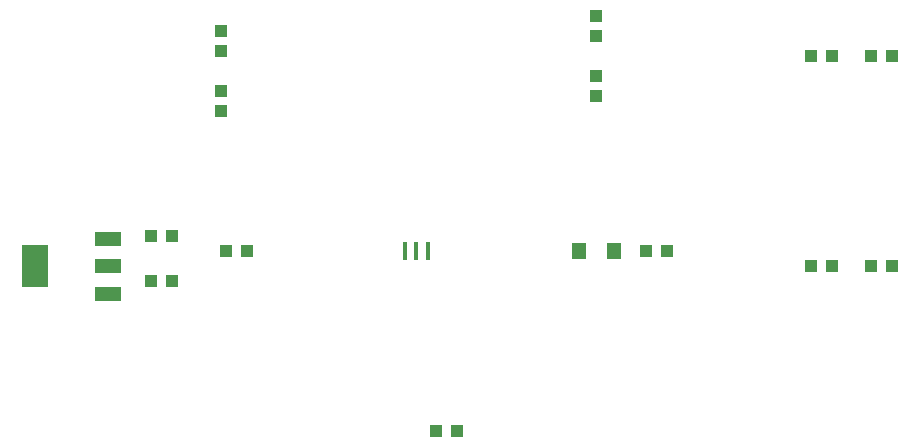
<source format=gbr>
G04 EAGLE Gerber X2 export*
G75*
%MOMM*%
%FSLAX34Y34*%
%LPD*%
%AMOC8*
5,1,8,0,0,1.08239X$1,22.5*%
G01*
%ADD10R,1.100000X1.000000*%
%ADD11R,1.200000X1.400000*%
%ADD12R,1.000000X1.100000*%
%ADD13R,2.235200X1.219200*%
%ADD14R,2.200000X3.600000*%
%ADD15R,0.300000X1.600000*%


D10*
X402200Y38100D03*
X385200Y38100D03*
X207400Y190500D03*
X224400Y190500D03*
X143900Y203200D03*
X160900Y203200D03*
X143900Y165100D03*
X160900Y165100D03*
D11*
X535700Y190500D03*
X505700Y190500D03*
D12*
X580000Y190500D03*
X563000Y190500D03*
X702700Y177800D03*
X719700Y177800D03*
X770500Y177800D03*
X753500Y177800D03*
X702700Y355600D03*
X719700Y355600D03*
X770500Y355600D03*
X753500Y355600D03*
D10*
X520700Y321700D03*
X520700Y338700D03*
X520700Y389500D03*
X520700Y372500D03*
X203200Y309000D03*
X203200Y326000D03*
X203200Y376800D03*
X203200Y359800D03*
D13*
X107188Y154686D03*
X107188Y177800D03*
X107188Y200914D03*
D14*
X45210Y177800D03*
D15*
X377800Y190500D03*
X368300Y190500D03*
X358800Y190500D03*
M02*

</source>
